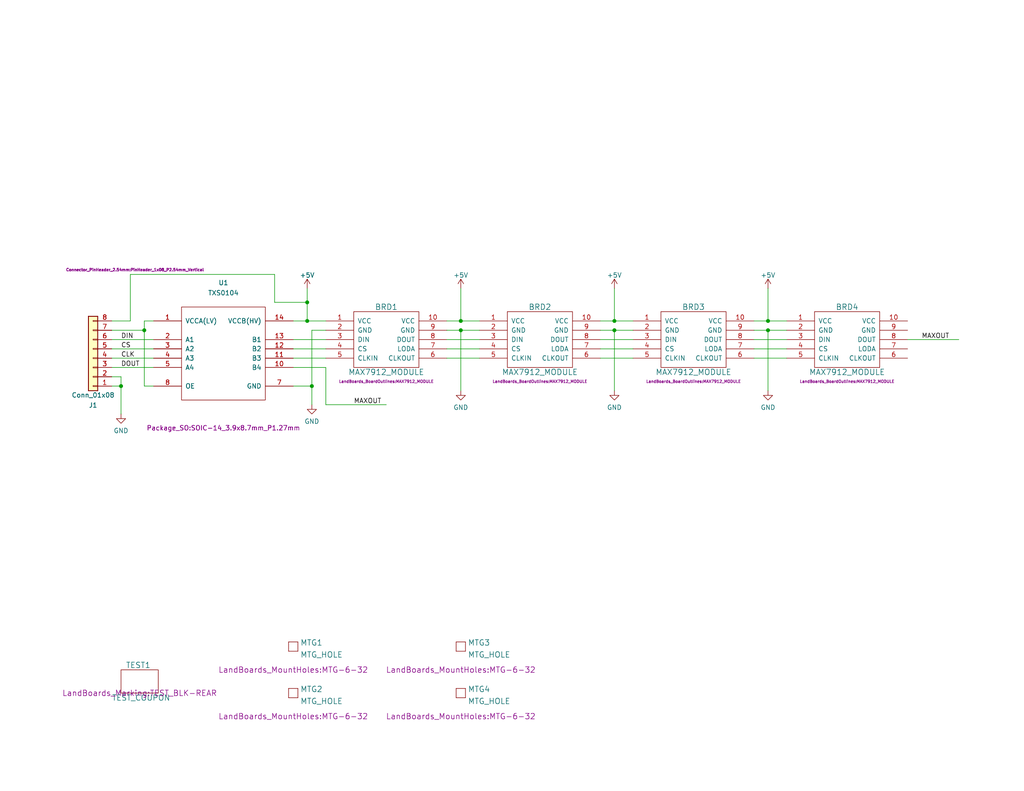
<source format=kicad_sch>
(kicad_sch (version 20211123) (generator eeschema)
  (paper "A")
  (title_block (title "MAX7219X4") (date "2022-06-08") (rev "1") (company "Land Boards, LLC"))
  (lib_symbols
    (symbol "Connector_Generic:Conn_01x08" (pin_names (offset 1.016) hide)
      (property "Reference" "J" (at 0 10.16 0))
      (property "Value" "Conn_01x08" (at 0 -12.7 0))
      (symbol "Conn_01x08_1_1"
        (rectangle (start -1.27 -10.033) (end 0 -10.287) (stroke (width 0.1524)))
        (rectangle (start -1.27 -7.493) (end 0 -7.747) (stroke (width 0.1524)))
        (rectangle (start -1.27 -4.953) (end 0 -5.207) (stroke (width 0.1524)))
        (rectangle (start -1.27 -2.413) (end 0 -2.667) (stroke (width 0.1524)))
        (rectangle (start -1.27 0.127) (end 0 -0.127) (stroke (width 0.1524)))
        (rectangle (start -1.27 2.667) (end 0 2.413) (stroke (width 0.1524)))
        (rectangle (start -1.27 5.207) (end 0 4.953) (stroke (width 0.1524)))
        (rectangle (start -1.27 7.747) (end 0 7.493) (stroke (width 0.1524)))
        (rectangle (start -1.27 8.89) (end 1.27 -11.43) (stroke (width 0.254)) (fill (type background)))
        (pin passive line (at -5.08 7.62 0) (length 3.81) (name "Pin_1") (number "1"))
        (pin passive line (at -5.08 5.08 0) (length 3.81) (name "Pin_2") (number "2"))
        (pin passive line (at -5.08 2.54 0) (length 3.81) (name "Pin_3") (number "3"))
        (pin passive line (at -5.08 0 0) (length 3.81) (name "Pin_4") (number "4"))
        (pin passive line (at -5.08 -2.54 0) (length 3.81) (name "Pin_5") (number "5"))
        (pin passive line (at -5.08 -5.08 0) (length 3.81) (name "Pin_6") (number "6"))
        (pin passive line (at -5.08 -7.62 0) (length 3.81) (name "Pin_7") (number "7"))
        (pin passive line (at -5.08 -10.16 0) (length 3.81) (name "Pin_8") (number "8"))
      )
    )
    (symbol "LandBoards:COUPON" (pin_names (offset 1.016))
      (property "Reference" "COUP?" (at 0 0 0))
      (property "Value" "COUPON" (at 0 0 0))
      (symbol "COUPON_0_1"
        (rectangle (start -5.08 0) (end 5.08 6.35))
      )
    )
    (symbol "LandBoards:MTG_HOLE" (pin_names (offset 1.016))
      (property "Reference" "MTG?" (at 0 2.54 0))
      (property "Value" "MTG_HOLE" (at 0 -2.54 0))
      (symbol "MTG_HOLE_0_1"
        (rectangle (start -1.27 -1.27) (end 1.27 -1.27))
        (rectangle (start -1.27 1.27) (end -1.27 -1.27))
        (rectangle (start 1.27 1.27) (end -1.27 1.27))
        (rectangle (start 1.27 1.27) (end 1.27 -1.27))
      )
    )
    (symbol "LandBoards_Cards:MAX7912_MODULE" (pin_names (offset 1.016))
      (property "Reference" "BRD" (at 0 8.89 0))
      (property "Value" "MAX7912_MODULE" (at 0 -8.89 0))
      (symbol "MAX7912_MODULE_0_0"
        (rectangle (start -8.89 7.62) (end 8.89 -7.62))
      )
      (symbol "MAX7912_MODULE_1_1"
        (pin power_in line (at -16.51 5.08 0) (length 7.62) (name "VCC") (number "1"))
        (pin power_in line (at 16.51 5.08 180) (length 7.62) (name "VCC") (number "10"))
        (pin power_in line (at -16.51 2.54 0) (length 7.62) (name "GND") (number "2"))
        (pin input line (at -16.51 0 0) (length 7.62) (name "DIN") (number "3"))
        (pin input line (at -16.51 -2.54 0) (length 7.62) (name "CS") (number "4"))
        (pin input line (at -16.51 -5.08 0) (length 7.62) (name "CLKIN") (number "5"))
        (pin output line (at 16.51 -5.08 180) (length 7.62) (name "CLKOUT") (number "6"))
        (pin output line (at 16.51 -2.54 180) (length 7.62) (name "LODA") (number "7"))
        (pin output line (at 16.51 0 180) (length 7.62) (name "DOUT") (number "8"))
        (pin power_in line (at 16.51 2.54 180) (length 7.62) (name "GND") (number "9"))
      )
    )
    (symbol "LandBoards_Semis:TXS0104" (pin_names (offset 1.016))
      (property "Reference" "U" (at -2.54 13.97 0))
      (property "Value" "TXS0104" (at -1.27 -13.97 0))
      (symbol "TXS0104_1_0"
        (rectangle (start -11.43 -12.7) (end 11.43 12.7))
      )
      (symbol "TXS0104_1_1"
        (pin passive line (at -19.05 8.89 0) (length 7.62) (name "VCCA(LV)") (number "1"))
        (pin bidirectional line (at 19.05 -3.81 180) (length 7.62) (name "B4") (number "10"))
        (pin bidirectional line (at 19.05 -1.27 180) (length 7.62) (name "B3") (number "11"))
        (pin bidirectional line (at 19.05 1.27 180) (length 7.62) (name "B2") (number "12"))
        (pin bidirectional line (at 19.05 3.81 180) (length 7.62) (name "B1") (number "13"))
        (pin passive line (at 19.05 8.89 180) (length 7.62) (name "VCCB(HV)") (number "14"))
        (pin bidirectional line (at -19.05 3.81 0) (length 7.62) (name "A1") (number "2"))
        (pin bidirectional line (at -19.05 1.27 0) (length 7.62) (name "A2") (number "3"))
        (pin bidirectional line (at -19.05 -1.27 0) (length 7.62) (name "A3") (number "4"))
        (pin bidirectional line (at -19.05 -3.81 0) (length 7.62) (name "A4") (number "5"))
        (pin passive line (at 19.05 -8.89 180) (length 7.62) (name "GND") (number "7"))
        (pin input line (at -19.05 -8.89 0) (length 7.62) (name "OE") (number "8"))
      )
    )
    (symbol "power:+5V" (power) (pin_names (offset 0))
      (property "Value" "+5V" (at 0 3.556 0))
      (symbol "+5V_0_1"
        (polyline (pts (xy -0.762 1.27) (xy 0 2.54)))
        (polyline (pts (xy 0 0) (xy 0 2.54)))
        (polyline (pts (xy 0 2.54) (xy 0.762 1.27)))
      )
      (symbol "+5V_1_1"
        (pin power_in line (at 0 0 90) (length 0) hide (name "+5V") (number "1"))
      )
    )
    (symbol "power:GND" (power) (pin_names (offset 0))
      (property "Value" "GND" (at 0 -3.81 0))
      (symbol "GND_0_1"
        (polyline (pts (xy 0 0) (xy 0 -1.27) (xy 1.27 -1.27) (xy 0 -2.54) (xy -1.27 -1.27) (xy 0 -1.27)))
      )
      (symbol "GND_1_1"
        (pin power_in line (at 0 0 270) (length 0) hide (name "GND") (number "1"))
      )
    )
  )
  (junction (at 167.64 87.63))
  (junction (at 39.37 90.17))
  (junction (at 209.55 87.63))
  (junction (at 209.55 90.17))
  (junction (at 167.64 90.17))
  (junction (at 83.82 87.63))
  (junction (at 85.09 105.41))
  (junction (at 33.02 105.41))
  (junction (at 125.73 90.17))
  (junction (at 125.73 87.63))
  (junction (at 83.82 82.55))
  (wire (pts (xy 121.92 90.17) (xy 125.73 90.17)))
  (wire (pts (xy 205.74 97.79) (xy 214.63 97.79)))
  (wire (pts (xy 33.02 102.87) (xy 33.02 105.41)))
  (wire (pts (xy 88.9 110.49) (xy 88.9 100.33)))
  (wire (pts (xy 33.02 105.41) (xy 33.02 113.03)))
  (wire (pts (xy 30.48 92.71) (xy 41.91 92.71)))
  (wire (pts (xy 74.93 82.55) (xy 74.93 74.93)))
  (wire (pts (xy 125.73 90.17) (xy 125.73 106.68)))
  (wire (pts (xy 205.74 90.17) (xy 209.55 90.17)))
  (wire (pts (xy 39.37 87.63) (xy 41.91 87.63)))
  (wire (pts (xy 30.48 100.33) (xy 41.91 100.33)))
  (wire (pts (xy 80.01 87.63) (xy 83.82 87.63)))
  (wire (pts (xy 121.92 92.71) (xy 130.81 92.71)))
  (wire (pts (xy 85.09 105.41) (xy 85.09 110.49)))
  (wire (pts (xy 83.82 78.74) (xy 83.82 82.55)))
  (wire (pts (xy 205.74 92.71) (xy 214.63 92.71)))
  (wire (pts (xy 39.37 90.17) (xy 39.37 105.41)))
  (wire (pts (xy 163.83 87.63) (xy 167.64 87.63)))
  (wire (pts (xy 247.65 92.71) (xy 261.62 92.71)))
  (wire (pts (xy 83.82 87.63) (xy 88.9 87.63)))
  (wire (pts (xy 35.56 74.93) (xy 35.56 87.63)))
  (wire (pts (xy 209.55 90.17) (xy 209.55 106.68)))
  (wire (pts (xy 209.55 90.17) (xy 214.63 90.17)))
  (wire (pts (xy 167.64 90.17) (xy 167.64 106.68)))
  (wire (pts (xy 125.73 87.63) (xy 130.81 87.63)))
  (wire (pts (xy 209.55 87.63) (xy 214.63 87.63)))
  (wire (pts (xy 83.82 82.55) (xy 83.82 87.63)))
  (wire (pts (xy 30.48 102.87) (xy 33.02 102.87)))
  (wire (pts (xy 85.09 90.17) (xy 88.9 90.17)))
  (wire (pts (xy 167.64 78.74) (xy 167.64 87.63)))
  (wire (pts (xy 30.48 105.41) (xy 33.02 105.41)))
  (wire (pts (xy 205.74 95.25) (xy 214.63 95.25)))
  (wire (pts (xy 205.74 87.63) (xy 209.55 87.63)))
  (wire (pts (xy 30.48 90.17) (xy 39.37 90.17)))
  (wire (pts (xy 163.83 97.79) (xy 172.72 97.79)))
  (wire (pts (xy 85.09 90.17) (xy 85.09 105.41)))
  (wire (pts (xy 105.41 110.49) (xy 88.9 110.49)))
  (wire (pts (xy 167.64 90.17) (xy 172.72 90.17)))
  (wire (pts (xy 167.64 87.63) (xy 172.72 87.63)))
  (wire (pts (xy 88.9 100.33) (xy 80.01 100.33)))
  (wire (pts (xy 80.01 105.41) (xy 85.09 105.41)))
  (wire (pts (xy 83.82 82.55) (xy 74.93 82.55)))
  (wire (pts (xy 35.56 87.63) (xy 30.48 87.63)))
  (wire (pts (xy 163.83 90.17) (xy 167.64 90.17)))
  (wire (pts (xy 121.92 95.25) (xy 130.81 95.25)))
  (wire (pts (xy 80.01 95.25) (xy 88.9 95.25)))
  (wire (pts (xy 163.83 95.25) (xy 172.72 95.25)))
  (wire (pts (xy 39.37 90.17) (xy 39.37 87.63)))
  (wire (pts (xy 125.73 90.17) (xy 130.81 90.17)))
  (wire (pts (xy 121.92 87.63) (xy 125.73 87.63)))
  (wire (pts (xy 121.92 97.79) (xy 130.81 97.79)))
  (wire (pts (xy 80.01 97.79) (xy 88.9 97.79)))
  (wire (pts (xy 30.48 95.25) (xy 41.91 95.25)))
  (wire (pts (xy 74.93 74.93) (xy 35.56 74.93)))
  (wire (pts (xy 80.01 92.71) (xy 88.9 92.71)))
  (wire (pts (xy 209.55 78.74) (xy 209.55 87.63)))
  (wire (pts (xy 125.73 78.74) (xy 125.73 87.63)))
  (wire (pts (xy 39.37 105.41) (xy 41.91 105.41)))
  (wire (pts (xy 163.83 92.71) (xy 172.72 92.71)))
  (wire (pts (xy 30.48 97.79) (xy 41.91 97.79)))
  (label "MAXOUT" (at 96.52 110.49 0))
  (label "CLK" (at 33.02 97.79 0))
  (label "DIN" (at 33.02 92.71 0))
  (label "MAXOUT" (at 251.46 92.71 0))
  (label "CS" (at 33.02 95.25 0))
  (label "DOUT" (at 33.02 100.33 0))
  (symbol (lib_id "LandBoards:MTG_HOLE") (at 125.73 176.53 0) (unit 1)
    (property "Reference" "MTG3" (at 127.635 175.4653 0) (effects (font (size 1.524 1.524)) (justify left)))
    (property "Value" "MTG_HOLE" (at 127.635 178.7443 0) (effects (font (size 1.524 1.524)) (justify left)))
    (property "Footprint" "LandBoards_MountHoles:MTG-6-32" (at 125.73 182.88 0) (effects (font (size 1.524 1.524))))
  )
  (symbol (lib_id "power:GND") (at 167.64 106.68 0) (unit 1)
    (property "Reference" "#PWR0105" (effects hide))
    (property "Value" "GND" (at 167.64 111.2425 0))
  )
  (symbol (lib_id "LandBoards:MTG_HOLE") (at 80.01 176.53 0) (unit 1)
    (property "Reference" "MTG1" (at 81.915 175.4653 0) (effects (font (size 1.524 1.524)) (justify left)))
    (property "Value" "MTG_HOLE" (at 81.915 178.7443 0) (effects (font (size 1.524 1.524)) (justify left)))
    (property "Footprint" "LandBoards_MountHoles:MTG-6-32" (at 80.01 182.88 0) (effects (font (size 1.524 1.524))))
  )
  (symbol (lib_id "power:+5V") (at 209.55 78.74 0) (unit 1)
    (property "Reference" "#PWR0106" (effects hide))
    (property "Value" "+5V" (at 209.55 75.1355 0))
  )
  (symbol (lib_id "power:+5V") (at 125.73 78.74 0) (unit 1)
    (property "Reference" "#PWR0108" (effects hide))
    (property "Value" "+5V" (at 125.73 75.1355 0))
  )
  (symbol (lib_id "LandBoards_Cards:MAX7912_MODULE") (at 147.32 92.71 0) (unit 1)
    (property "Reference" "BRD2" (at 147.32 83.82 0) (effects (font (size 1.524 1.524))))
    (property "Value" "MAX7912_MODULE" (at 147.32 101.6 0) (effects (font (size 1.524 1.524))))
    (property "Footprint" "LandBoards_BoardOutlines:MAX7912_MODULE" (at 147.32 104.14 0) (effects (font (size 0.762 0.762))))
  )
  (symbol (lib_id "LandBoards_Semis:TXS0104") (at 60.96 96.52 0) (unit 1)
    (property "Reference" "U1" (at 60.96 77.2053 0))
    (property "Value" "TXS0104" (at 60.96 79.9804 0))
    (property "Footprint" "Package_SO:SOIC-14_3.9x8.7mm_P1.27mm" (at 60.96 116.84 0))
    (property "Datasheet" "DOCUMENTATION" (effects hide))
  )
  (symbol (lib_id "LandBoards:MTG_HOLE") (at 125.73 189.23 0) (unit 1)
    (property "Reference" "MTG4" (at 127.635 188.1653 0) (effects (font (size 1.524 1.524)) (justify left)))
    (property "Value" "MTG_HOLE" (at 127.635 191.4443 0) (effects (font (size 1.524 1.524)) (justify left)))
    (property "Footprint" "LandBoards_MountHoles:MTG-6-32" (at 125.73 195.58 0) (effects (font (size 1.524 1.524))))
  )
  (symbol (lib_id "LandBoards_Cards:MAX7912_MODULE") (at 231.14 92.71 0) (unit 1)
    (property "Reference" "BRD4" (at 231.14 83.82 0) (effects (font (size 1.524 1.524))))
    (property "Value" "MAX7912_MODULE" (at 231.14 101.6 0) (effects (font (size 1.524 1.524))))
    (property "Footprint" "LandBoards_BoardOutlines:MAX7912_MODULE" (at 231.14 104.14 0) (effects (font (size 0.762 0.762))))
  )
  (symbol (lib_id "power:+5V") (at 83.82 78.74 0) (unit 1)
    (property "Reference" "#PWR0109" (effects hide))
    (property "Value" "+5V" (at 83.82 75.1355 0))
  )
  (symbol (lib_id "power:GND") (at 33.02 113.03 0) (unit 1)
    (property "Reference" "#PWR0103" (effects hide))
    (property "Value" "GND" (at 33.02 117.5925 0))
  )
  (symbol (lib_id "LandBoards_Cards:MAX7912_MODULE") (at 189.23 92.71 0) (unit 1)
    (property "Reference" "BRD3" (at 189.23 83.82 0) (effects (font (size 1.524 1.524))))
    (property "Value" "MAX7912_MODULE" (at 189.23 101.6 0) (effects (font (size 1.524 1.524))))
    (property "Footprint" "LandBoards_BoardOutlines:MAX7912_MODULE" (at 189.23 104.14 0) (effects (font (size 0.762 0.762))))
  )
  (symbol (lib_id "power:+5V") (at 167.64 78.74 0) (unit 1)
    (property "Reference" "#PWR0107" (effects hide))
    (property "Value" "+5V" (at 167.64 75.1355 0))
  )
  (symbol (lib_id "LandBoards_Cards:MAX7912_MODULE") (at 105.41 92.71 0) (unit 1)
    (property "Reference" "BRD1" (at 105.41 83.82 0) (effects (font (size 1.524 1.524))))
    (property "Value" "MAX7912_MODULE" (at 105.41 101.6 0) (effects (font (size 1.524 1.524))))
    (property "Footprint" "LandBoards_BoardOutlines:MAX7912_MODULE" (at 105.41 104.14 0) (effects (font (size 0.762 0.762))))
  )
  (symbol (lib_id "Connector_Generic:Conn_01x08") (at 25.4 97.79 180) (unit 1)
    (property "Reference" "J1" (at 25.4 110.6465 0))
    (property "Value" "Conn_01x08" (at 25.4 107.8714 0))
    (property "Footprint" "Connector_PinHeader_2.54mm:PinHeader_1x08_P2.54mm_Vertical" (at 36.83 73.66 0) (effects (font (size 0.762 0.762))))
  )
  (symbol (lib_id "power:GND") (at 209.55 106.68 0) (unit 1)
    (property "Reference" "#PWR0104" (effects hide))
    (property "Value" "GND" (at 209.55 111.2425 0))
  )
  (symbol (lib_id "LandBoards:MTG_HOLE") (at 80.01 189.23 0) (unit 1)
    (property "Reference" "MTG2" (at 81.915 188.1653 0) (effects (font (size 1.524 1.524)) (justify left)))
    (property "Value" "MTG_HOLE" (at 81.915 191.4443 0) (effects (font (size 1.524 1.524)) (justify left)))
    (property "Footprint" "LandBoards_MountHoles:MTG-6-32" (at 80.01 195.58 0) (effects (font (size 1.524 1.524))))
  )
  (symbol (lib_id "power:GND") (at 125.73 106.68 0) (unit 1)
    (property "Reference" "#PWR0101" (effects hide))
    (property "Value" "GND" (at 125.73 111.2425 0))
  )
  (symbol (lib_id "power:GND") (at 85.09 110.49 0) (unit 1)
    (property "Reference" "#PWR0102" (effects hide))
    (property "Value" "GND" (at 85.09 115.0525 0))
  )
  (symbol (lib_id "LandBoards:COUPON") (at 38.1 189.23 0) (unit 1)
    (property "Reference" "TEST1" (at 34.29 181.61 0) (effects (font (size 1.524 1.524)) (justify left)))
    (property "Value" "TEST_COUPON" (at 30.48 190.5 0) (effects (font (size 1.524 1.524)) (justify left)))
    (property "Footprint" "LandBoards_Marking:TEST_BLK-REAR" (at 38.1 189.23 0) (effects (font (size 1.524 1.524))))
  )
)
</source>
